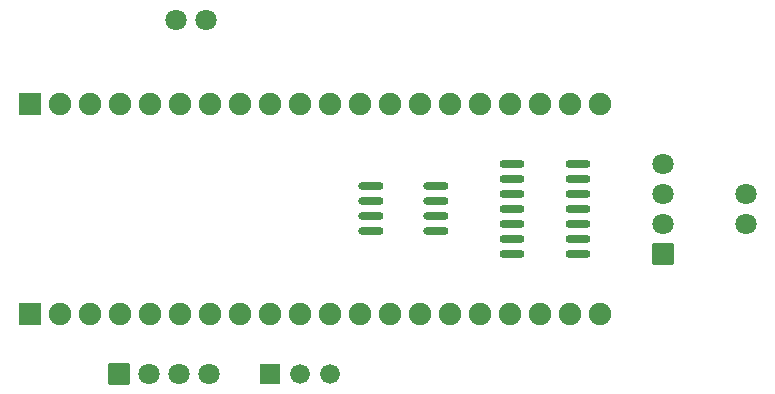
<source format=gts>
G04 Layer: TopSolderMaskLayer*
G04 EasyEDA v6.5.50, 2025-06-24 16:33:47*
G04 5496cec8b1eb4744bb4034f485f85566,07aaf3ec58ed4e568cacc845e37e2e79,10*
G04 Gerber Generator version 0.2*
G04 Scale: 100 percent, Rotated: No, Reflected: No *
G04 Dimensions in millimeters *
G04 leading zeros omitted , absolute positions ,4 integer and 5 decimal *
%FSLAX45Y45*%
%MOMM*%

%AMMACRO1*4,1,8,-0.8711,-0.9008,-0.9008,-0.8708,-0.9008,0.8711,-0.8711,0.9008,0.8708,0.9008,0.9008,0.8711,0.9008,-0.8708,0.8708,-0.9008,-0.8711,-0.9008,0*%
%AMMACRO2*4,1,8,-0.9211,-0.9507,-0.9508,-0.9208,-0.9508,0.921,-0.9211,0.9507,0.9209,0.9507,0.9508,0.921,0.9508,-0.9208,0.9209,-0.9507,-0.9211,-0.9507,0*%
%AMMACRO3*4,1,8,-0.8085,-0.8382,-0.8382,-0.8082,-0.8382,0.8085,-0.8085,0.8382,0.8082,0.8382,0.8382,0.8085,0.8382,-0.8082,0.8082,-0.8382,-0.8085,-0.8382,0*%
%ADD10C,1.8016*%
%ADD11O,2.1395944X0.6755891999999999*%
%ADD12MACRO1*%
%ADD13O,2.1466048X0.68961*%
%ADD14MACRO2*%
%ADD15C,1.9016*%
%ADD16C,1.6764*%
%ADD17MACRO3*%
%ADD18C,0.0161*%

%LPD*%
D10*
G01*
X6199987Y2126995D03*
G01*
X6199987Y1872995D03*
G01*
X1372996Y3599995D03*
G01*
X1626996Y3599995D03*
D11*
G01*
X4223075Y2380995D03*
G01*
X4223075Y2253995D03*
G01*
X4223075Y2126995D03*
G01*
X4223075Y1999995D03*
G01*
X4223075Y1872995D03*
G01*
X4223075Y1745995D03*
G01*
X4223075Y1618995D03*
G01*
X4776896Y2380995D03*
G01*
X4776896Y2253995D03*
G01*
X4776896Y2126995D03*
G01*
X4776896Y1999995D03*
G01*
X4776896Y1872995D03*
G01*
X4776896Y1745995D03*
G01*
X4776896Y1618995D03*
D12*
G01*
X5500001Y1618983D03*
D10*
G01*
X5499988Y1872995D03*
G01*
X5499988Y2126995D03*
G01*
X5499988Y2380995D03*
D12*
G01*
X888987Y599986D03*
D10*
G01*
X1142997Y599998D03*
G01*
X1396997Y599998D03*
G01*
X1650997Y599998D03*
D13*
G01*
X3022752Y2190495D03*
G01*
X3022752Y2063495D03*
G01*
X3022752Y1936495D03*
G01*
X3022752Y1809495D03*
G01*
X3577234Y2190495D03*
G01*
X3577234Y2063495D03*
G01*
X3577234Y1936495D03*
G01*
X3577234Y1809495D03*
D14*
G01*
X136994Y1110996D03*
D15*
G01*
X390994Y1110998D03*
G01*
X644994Y1110998D03*
G01*
X898994Y1110998D03*
G01*
X1152994Y1110998D03*
G01*
X1406994Y1110998D03*
G01*
X1660994Y1110998D03*
G01*
X1914994Y1110998D03*
G01*
X2168994Y1110998D03*
G01*
X2422994Y1110998D03*
G01*
X2676994Y1110998D03*
G01*
X2930994Y1110998D03*
G01*
X3184994Y1110998D03*
G01*
X3438994Y1110998D03*
G01*
X3692994Y1110998D03*
G01*
X3946994Y1110998D03*
G01*
X4200994Y1110998D03*
G01*
X4454994Y1110998D03*
G01*
X4708994Y1110998D03*
G01*
X4962994Y1110998D03*
D14*
G01*
X136994Y2888996D03*
D15*
G01*
X390994Y2888993D03*
G01*
X644994Y2888993D03*
G01*
X898994Y2888993D03*
G01*
X1152994Y2888993D03*
G01*
X1406994Y2888993D03*
G01*
X1660994Y2888993D03*
G01*
X1914994Y2888993D03*
G01*
X2168994Y2888993D03*
G01*
X2422994Y2888993D03*
G01*
X2676994Y2888993D03*
G01*
X2930994Y2888993D03*
G01*
X3184994Y2888993D03*
G01*
X3438994Y2888993D03*
G01*
X3692994Y2888993D03*
G01*
X3946994Y2888993D03*
G01*
X4200994Y2888993D03*
G01*
X4454994Y2888993D03*
G01*
X4708994Y2888993D03*
G01*
X4962994Y2888993D03*
D16*
G01*
X2679694Y599998D03*
G01*
X2425694Y599998D03*
D17*
G01*
X2171700Y599998D03*
M02*

</source>
